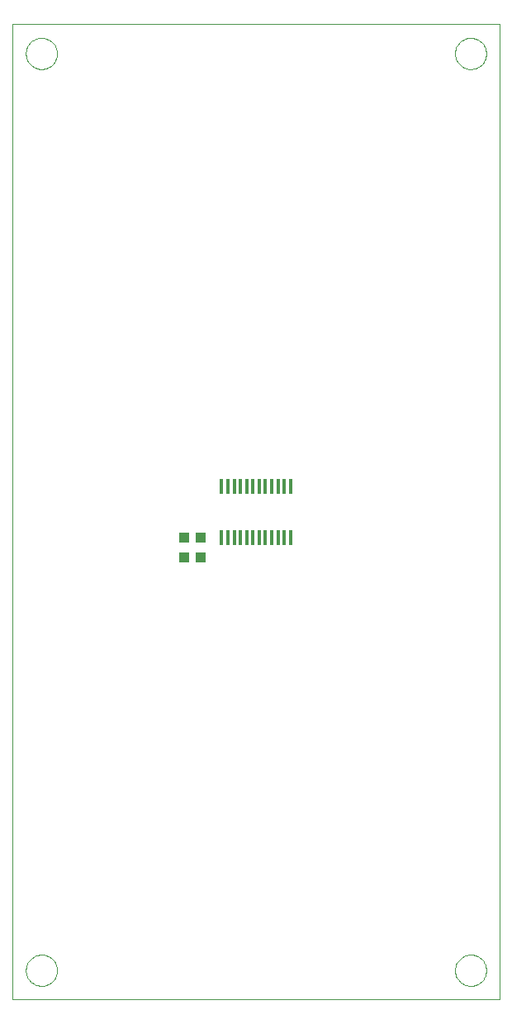
<source format=gbp>
G75*
G70*
%OFA0B0*%
%FSLAX24Y24*%
%IPPOS*%
%LPD*%
%AMOC8*
5,1,8,0,0,1.08239X$1,22.5*
%
%ADD10C,0.0000*%
%ADD11R,0.0433X0.0394*%
%ADD12R,0.0157X0.0591*%
%ADD13R,0.0394X0.0433*%
D10*
X000554Y000554D02*
X000554Y039924D01*
X020239Y039924D01*
X020239Y000554D01*
X000554Y000554D01*
X001105Y001735D02*
X001107Y001785D01*
X001113Y001835D01*
X001123Y001884D01*
X001137Y001932D01*
X001154Y001979D01*
X001175Y002024D01*
X001200Y002068D01*
X001228Y002109D01*
X001260Y002148D01*
X001294Y002185D01*
X001331Y002219D01*
X001371Y002249D01*
X001413Y002276D01*
X001457Y002300D01*
X001503Y002321D01*
X001550Y002337D01*
X001598Y002350D01*
X001648Y002359D01*
X001697Y002364D01*
X001748Y002365D01*
X001798Y002362D01*
X001847Y002355D01*
X001896Y002344D01*
X001944Y002329D01*
X001990Y002311D01*
X002035Y002289D01*
X002078Y002263D01*
X002119Y002234D01*
X002158Y002202D01*
X002194Y002167D01*
X002226Y002129D01*
X002256Y002089D01*
X002283Y002046D01*
X002306Y002002D01*
X002325Y001956D01*
X002341Y001908D01*
X002353Y001859D01*
X002361Y001810D01*
X002365Y001760D01*
X002365Y001710D01*
X002361Y001660D01*
X002353Y001611D01*
X002341Y001562D01*
X002325Y001514D01*
X002306Y001468D01*
X002283Y001424D01*
X002256Y001381D01*
X002226Y001341D01*
X002194Y001303D01*
X002158Y001268D01*
X002119Y001236D01*
X002078Y001207D01*
X002035Y001181D01*
X001990Y001159D01*
X001944Y001141D01*
X001896Y001126D01*
X001847Y001115D01*
X001798Y001108D01*
X001748Y001105D01*
X001697Y001106D01*
X001648Y001111D01*
X001598Y001120D01*
X001550Y001133D01*
X001503Y001149D01*
X001457Y001170D01*
X001413Y001194D01*
X001371Y001221D01*
X001331Y001251D01*
X001294Y001285D01*
X001260Y001322D01*
X001228Y001361D01*
X001200Y001402D01*
X001175Y001446D01*
X001154Y001491D01*
X001137Y001538D01*
X001123Y001586D01*
X001113Y001635D01*
X001107Y001685D01*
X001105Y001735D01*
X018428Y001735D02*
X018430Y001785D01*
X018436Y001835D01*
X018446Y001884D01*
X018460Y001932D01*
X018477Y001979D01*
X018498Y002024D01*
X018523Y002068D01*
X018551Y002109D01*
X018583Y002148D01*
X018617Y002185D01*
X018654Y002219D01*
X018694Y002249D01*
X018736Y002276D01*
X018780Y002300D01*
X018826Y002321D01*
X018873Y002337D01*
X018921Y002350D01*
X018971Y002359D01*
X019020Y002364D01*
X019071Y002365D01*
X019121Y002362D01*
X019170Y002355D01*
X019219Y002344D01*
X019267Y002329D01*
X019313Y002311D01*
X019358Y002289D01*
X019401Y002263D01*
X019442Y002234D01*
X019481Y002202D01*
X019517Y002167D01*
X019549Y002129D01*
X019579Y002089D01*
X019606Y002046D01*
X019629Y002002D01*
X019648Y001956D01*
X019664Y001908D01*
X019676Y001859D01*
X019684Y001810D01*
X019688Y001760D01*
X019688Y001710D01*
X019684Y001660D01*
X019676Y001611D01*
X019664Y001562D01*
X019648Y001514D01*
X019629Y001468D01*
X019606Y001424D01*
X019579Y001381D01*
X019549Y001341D01*
X019517Y001303D01*
X019481Y001268D01*
X019442Y001236D01*
X019401Y001207D01*
X019358Y001181D01*
X019313Y001159D01*
X019267Y001141D01*
X019219Y001126D01*
X019170Y001115D01*
X019121Y001108D01*
X019071Y001105D01*
X019020Y001106D01*
X018971Y001111D01*
X018921Y001120D01*
X018873Y001133D01*
X018826Y001149D01*
X018780Y001170D01*
X018736Y001194D01*
X018694Y001221D01*
X018654Y001251D01*
X018617Y001285D01*
X018583Y001322D01*
X018551Y001361D01*
X018523Y001402D01*
X018498Y001446D01*
X018477Y001491D01*
X018460Y001538D01*
X018446Y001586D01*
X018436Y001635D01*
X018430Y001685D01*
X018428Y001735D01*
X018428Y038743D02*
X018430Y038793D01*
X018436Y038843D01*
X018446Y038892D01*
X018460Y038940D01*
X018477Y038987D01*
X018498Y039032D01*
X018523Y039076D01*
X018551Y039117D01*
X018583Y039156D01*
X018617Y039193D01*
X018654Y039227D01*
X018694Y039257D01*
X018736Y039284D01*
X018780Y039308D01*
X018826Y039329D01*
X018873Y039345D01*
X018921Y039358D01*
X018971Y039367D01*
X019020Y039372D01*
X019071Y039373D01*
X019121Y039370D01*
X019170Y039363D01*
X019219Y039352D01*
X019267Y039337D01*
X019313Y039319D01*
X019358Y039297D01*
X019401Y039271D01*
X019442Y039242D01*
X019481Y039210D01*
X019517Y039175D01*
X019549Y039137D01*
X019579Y039097D01*
X019606Y039054D01*
X019629Y039010D01*
X019648Y038964D01*
X019664Y038916D01*
X019676Y038867D01*
X019684Y038818D01*
X019688Y038768D01*
X019688Y038718D01*
X019684Y038668D01*
X019676Y038619D01*
X019664Y038570D01*
X019648Y038522D01*
X019629Y038476D01*
X019606Y038432D01*
X019579Y038389D01*
X019549Y038349D01*
X019517Y038311D01*
X019481Y038276D01*
X019442Y038244D01*
X019401Y038215D01*
X019358Y038189D01*
X019313Y038167D01*
X019267Y038149D01*
X019219Y038134D01*
X019170Y038123D01*
X019121Y038116D01*
X019071Y038113D01*
X019020Y038114D01*
X018971Y038119D01*
X018921Y038128D01*
X018873Y038141D01*
X018826Y038157D01*
X018780Y038178D01*
X018736Y038202D01*
X018694Y038229D01*
X018654Y038259D01*
X018617Y038293D01*
X018583Y038330D01*
X018551Y038369D01*
X018523Y038410D01*
X018498Y038454D01*
X018477Y038499D01*
X018460Y038546D01*
X018446Y038594D01*
X018436Y038643D01*
X018430Y038693D01*
X018428Y038743D01*
X001105Y038743D02*
X001107Y038793D01*
X001113Y038843D01*
X001123Y038892D01*
X001137Y038940D01*
X001154Y038987D01*
X001175Y039032D01*
X001200Y039076D01*
X001228Y039117D01*
X001260Y039156D01*
X001294Y039193D01*
X001331Y039227D01*
X001371Y039257D01*
X001413Y039284D01*
X001457Y039308D01*
X001503Y039329D01*
X001550Y039345D01*
X001598Y039358D01*
X001648Y039367D01*
X001697Y039372D01*
X001748Y039373D01*
X001798Y039370D01*
X001847Y039363D01*
X001896Y039352D01*
X001944Y039337D01*
X001990Y039319D01*
X002035Y039297D01*
X002078Y039271D01*
X002119Y039242D01*
X002158Y039210D01*
X002194Y039175D01*
X002226Y039137D01*
X002256Y039097D01*
X002283Y039054D01*
X002306Y039010D01*
X002325Y038964D01*
X002341Y038916D01*
X002353Y038867D01*
X002361Y038818D01*
X002365Y038768D01*
X002365Y038718D01*
X002361Y038668D01*
X002353Y038619D01*
X002341Y038570D01*
X002325Y038522D01*
X002306Y038476D01*
X002283Y038432D01*
X002256Y038389D01*
X002226Y038349D01*
X002194Y038311D01*
X002158Y038276D01*
X002119Y038244D01*
X002078Y038215D01*
X002035Y038189D01*
X001990Y038167D01*
X001944Y038149D01*
X001896Y038134D01*
X001847Y038123D01*
X001798Y038116D01*
X001748Y038113D01*
X001697Y038114D01*
X001648Y038119D01*
X001598Y038128D01*
X001550Y038141D01*
X001503Y038157D01*
X001457Y038178D01*
X001413Y038202D01*
X001371Y038229D01*
X001331Y038259D01*
X001294Y038293D01*
X001260Y038330D01*
X001228Y038369D01*
X001200Y038410D01*
X001175Y038454D01*
X001154Y038499D01*
X001137Y038546D01*
X001123Y038594D01*
X001113Y038643D01*
X001107Y038693D01*
X001105Y038743D01*
D11*
X007503Y019216D03*
X008172Y019216D03*
D12*
X009011Y019216D03*
X009263Y019216D03*
X009515Y019216D03*
X009767Y019216D03*
X010019Y019216D03*
X010271Y019216D03*
X010523Y019216D03*
X010775Y019216D03*
X011027Y019216D03*
X011279Y019216D03*
X011531Y019216D03*
X011783Y019216D03*
X011783Y021263D03*
X011531Y021263D03*
X011279Y021263D03*
X011027Y021263D03*
X010775Y021263D03*
X010523Y021263D03*
X010271Y021263D03*
X010019Y021263D03*
X009767Y021263D03*
X009515Y021263D03*
X009263Y021263D03*
X009011Y021263D03*
D13*
X008172Y018389D03*
X007503Y018389D03*
M02*

</source>
